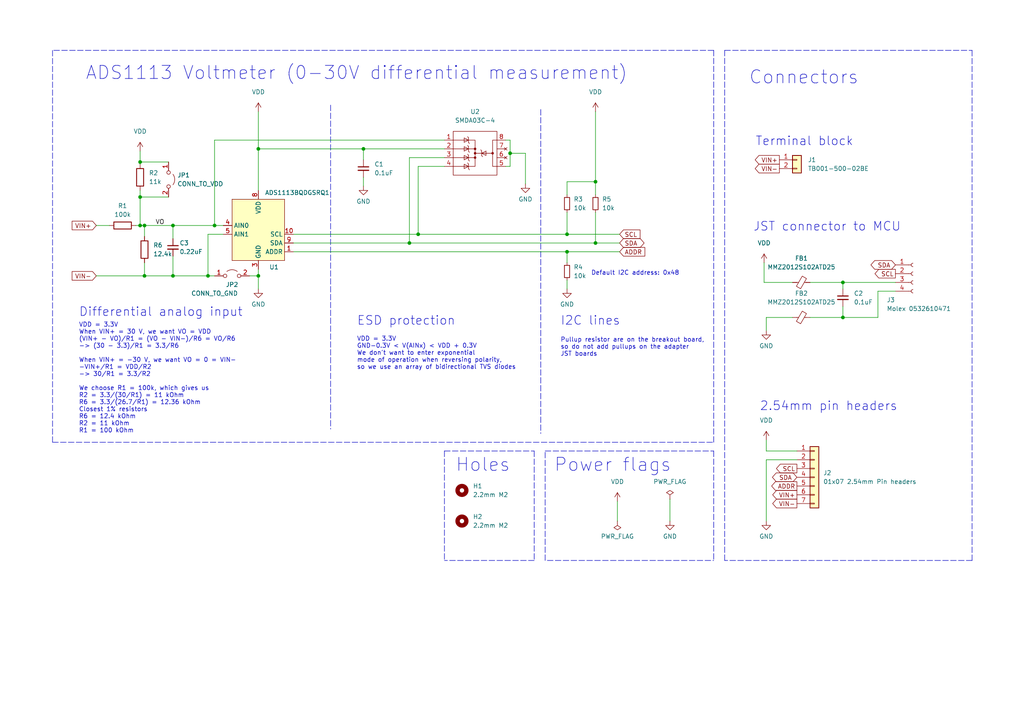
<source format=kicad_sch>
(kicad_sch (version 20211123) (generator eeschema)
  (paper "A4")
  (title_block (title "ADS1113 Voltmeter") (date "2022-07-21") (rev "2") (comment 1 "Author: Vincent Nguyen") (comment 2 "Max input: 0-30V.") (comment 3 "Accepts reverse polarity."))
  (lib_symbols
    (symbol "0_ADS1113:ADS1113BQDGSRQ1"
      (property "Reference" "U" (at 5.08 -3.81 0))
      (property "Value" "ADS1113BQDGSRQ1" (at 10.16 16.51 0))
      (symbol "ADS1113BQDGSRQ1_0_1"
        (rectangle (start -7.62 15.24) (end 7.62 -2.54) (fill (type background)))
      )
      (symbol "ADS1113BQDGSRQ1_1_1"
        (pin input line (at 10.16 0 180) (length 2.54) (name "ADDR") (number "1"))
        (pin input line (at 10.16 5.08 180) (length 2.54) (name "SCL") (number "10"))
        (pin no_connect line (at 10.16 12.7 180) (length 2.54) hide (name "") (number "2"))
        (pin power_in line (at 0 -5.08 90) (length 2.54) (name "GND") (number "3"))
        (pin input line (at -10.16 7.62 0) (length 2.54) (name "AIN0") (number "4"))
        (pin input line (at -10.16 5.08 0) (length 2.54) (name "AIN1") (number "5"))
        (pin no_connect line (at 10.16 10.16 180) (length 2.54) hide (name "") (number "6"))
        (pin no_connect line (at 10.16 7.62 180) (length 2.54) hide (name "") (number "7"))
        (pin power_in line (at 0 17.78 270) (length 2.54) (name "VDD") (number "8"))
        (pin bidirectional line (at 10.16 2.54 180) (length 2.54) (name "SDA") (number "9"))
      )
    )
    (symbol "0_ADS1113:SMDA03C-4"
      (property "Reference" "U" (at 3.81 -7.62 0))
      (property "Value" "SMDA03C-4" (at 0 7.62 0))
      (symbol "SMDA03C-4_0_1"
        (circle (center 0 -1.27) (radius 0.2794) (fill (type outline)))
        (polyline (pts (xy -6.35 -1.27) (xy 0 -1.27)))
        (polyline (pts (xy -6.35 1.27) (xy 0 1.27)))
        (polyline (pts (xy -1.905 -4.445) (xy -1.905 -3.175)))
        (polyline (pts (xy -1.905 -4.445) (xy -1.651 -4.826)))
        (polyline (pts (xy -1.905 -3.175) (xy -2.159 -2.794)))
        (polyline (pts (xy -1.905 -1.905) (xy -1.905 -0.635)))
        (polyline (pts (xy -1.905 -1.905) (xy -1.651 -2.286)))
        (polyline (pts (xy -1.905 -0.635) (xy -2.159 -0.254)))
        (polyline (pts (xy -1.905 0.635) (xy -1.905 1.905)))
        (polyline (pts (xy -1.905 0.635) (xy -1.651 0.254)))
        (polyline (pts (xy -1.905 1.905) (xy -2.159 2.286)))
        (polyline (pts (xy -1.905 3.175) (xy -1.905 4.445)))
        (polyline (pts (xy -1.905 3.175) (xy -1.651 2.794)))
        (polyline (pts (xy -1.905 4.445) (xy -2.159 4.826)))
        (polyline (pts (xy 0 0) (xy 5.08 0)))
        (polyline (pts (xy 1.905 -0.635) (xy 2.159 -1.016)))
        (polyline (pts (xy 1.905 0.635) (xy 1.651 1.016)))
        (polyline (pts (xy 1.905 0.635) (xy 1.905 -0.635)))
        (polyline (pts (xy -6.35 3.81) (xy 0 3.81) (xy 0 -3.81) (xy -6.35 -3.81)))
        (polyline (pts (xy -3.175 -4.445) (xy -3.175 -3.175) (xy -1.905 -3.81) (xy -3.175 -4.445)))
        (polyline (pts (xy -3.175 -1.905) (xy -3.175 -0.635) (xy -1.905 -1.27) (xy -3.175 -1.905)))
        (polyline (pts (xy -3.175 0.635) (xy -3.175 1.905) (xy -1.905 1.27) (xy -3.175 0.635)))
        (polyline (pts (xy -3.175 3.175) (xy -3.175 4.445) (xy -1.905 3.81) (xy -3.175 3.175)))
        (polyline (pts (xy 3.175 0.635) (xy 3.175 -0.635) (xy 1.905 0) (xy 3.175 0.635)))
        (polyline (pts (xy 6.35 3.81) (xy 5.08 3.81) (xy 5.08 -3.81) (xy 6.35 -3.81)))
        (polyline (pts (xy -6.35 6.35) (xy -6.35 -6.35) (xy 6.35 -6.35) (xy 6.35 6.35) (xy -6.35 6.35)))
        (circle (center 0 0) (radius 0.2794) (fill (type outline)))
        (circle (center 0 1.27) (radius 0.2794) (fill (type outline)))
        (circle (center 5.08 0) (radius 0.2794) (fill (type outline)))
      )
      (symbol "SMDA03C-4_1_1"
        (pin passive line (at -8.89 3.81 0) (length 2.54) (name "") (number "1"))
        (pin passive line (at -8.89 1.27 0) (length 2.54) (name "") (number "2"))
        (pin passive line (at -8.89 -1.27 0) (length 2.54) (name "") (number "3"))
        (pin passive line (at -8.89 -3.81 0) (length 2.54) (name "") (number "4"))
        (pin passive line (at 8.89 -3.81 180) (length 2.54) (name "") (number "5"))
        (pin no_connect line (at 8.89 -1.27 180) (length 2.54) (name "") (number "6"))
        (pin no_connect line (at 8.89 1.27 180) (length 2.54) (name "") (number "7"))
        (pin passive line (at 8.89 3.81 180) (length 2.54) (name "") (number "8"))
      )
    )
    (symbol "Connector:Conn_01x04_Female" (pin_names (offset 1.016) hide)
      (property "Reference" "J" (at 0 5.08 0))
      (property "Value" "Conn_01x04_Female" (at 0 -7.62 0))
      (symbol "Conn_01x04_Female_1_1"
        (arc (start 0 -4.572) (mid -0.508 -5.08) (end 0 -5.588) (stroke (width 0.1524)))
        (arc (start 0 -2.032) (mid -0.508 -2.54) (end 0 -3.048) (stroke (width 0.1524)))
        (polyline (pts (xy -1.27 -5.08) (xy -0.508 -5.08)) (stroke (width 0.1524)))
        (polyline (pts (xy -1.27 -2.54) (xy -0.508 -2.54)) (stroke (width 0.1524)))
        (polyline (pts (xy -1.27 0) (xy -0.508 0)) (stroke (width 0.1524)))
        (polyline (pts (xy -1.27 2.54) (xy -0.508 2.54)) (stroke (width 0.1524)))
        (arc (start 0 0.508) (mid -0.508 0) (end 0 -0.508) (stroke (width 0.1524)))
        (arc (start 0 3.048) (mid -0.508 2.54) (end 0 2.032) (stroke (width 0.1524)))
        (pin passive line (at -5.08 2.54 0) (length 3.81) (name "Pin_1") (number "1"))
        (pin passive line (at -5.08 0 0) (length 3.81) (name "Pin_2") (number "2"))
        (pin passive line (at -5.08 -2.54 0) (length 3.81) (name "Pin_3") (number "3"))
        (pin passive line (at -5.08 -5.08 0) (length 3.81) (name "Pin_4") (number "4"))
      )
    )
    (symbol "Connector_Generic:Conn_01x02" (pin_names (offset 1.016) hide)
      (property "Reference" "J" (at 0 2.54 0))
      (property "Value" "Conn_01x02" (at 0 -5.08 0))
      (symbol "Conn_01x02_1_1"
        (rectangle (start -1.27 -2.413) (end 0 -2.667) (stroke (width 0.1524)))
        (rectangle (start -1.27 0.127) (end 0 -0.127) (stroke (width 0.1524)))
        (rectangle (start -1.27 1.27) (end 1.27 -3.81) (stroke (width 0.254)) (fill (type background)))
        (pin passive line (at -5.08 0 0) (length 3.81) (name "Pin_1") (number "1"))
        (pin passive line (at -5.08 -2.54 0) (length 3.81) (name "Pin_2") (number "2"))
      )
    )
    (symbol "Connector_Generic:Conn_01x07" (pin_names (offset 1.016) hide)
      (property "Reference" "J" (at 0 10.16 0))
      (property "Value" "Conn_01x07" (at 0 -10.16 0))
      (symbol "Conn_01x07_1_1"
        (rectangle (start -1.27 -7.493) (end 0 -7.747) (stroke (width 0.1524)))
        (rectangle (start -1.27 -4.953) (end 0 -5.207) (stroke (width 0.1524)))
        (rectangle (start -1.27 -2.413) (end 0 -2.667) (stroke (width 0.1524)))
        (rectangle (start -1.27 0.127) (end 0 -0.127) (stroke (width 0.1524)))
        (rectangle (start -1.27 2.667) (end 0 2.413) (stroke (width 0.1524)))
        (rectangle (start -1.27 5.207) (end 0 4.953) (stroke (width 0.1524)))
        (rectangle (start -1.27 7.747) (end 0 7.493) (stroke (width 0.1524)))
        (rectangle (start -1.27 8.89) (end 1.27 -8.89) (stroke (width 0.254)) (fill (type background)))
        (pin passive line (at -5.08 7.62 0) (length 3.81) (name "Pin_1") (number "1"))
        (pin passive line (at -5.08 5.08 0) (length 3.81) (name "Pin_2") (number "2"))
        (pin passive line (at -5.08 2.54 0) (length 3.81) (name "Pin_3") (number "3"))
        (pin passive line (at -5.08 0 0) (length 3.81) (name "Pin_4") (number "4"))
        (pin passive line (at -5.08 -2.54 0) (length 3.81) (name "Pin_5") (number "5"))
        (pin passive line (at -5.08 -5.08 0) (length 3.81) (name "Pin_6") (number "6"))
        (pin passive line (at -5.08 -7.62 0) (length 3.81) (name "Pin_7") (number "7"))
      )
    )
    (symbol "Device:C_Small" (pin_numbers hide) (pin_names (offset 0.254) hide)
      (property "Reference" "C" (at 0.254 1.778 0))
      (property "Value" "C_Small" (at 0.254 -2.032 0))
      (symbol "C_Small_0_1"
        (polyline (pts (xy -1.524 -0.508) (xy 1.524 -0.508)) (stroke (width 0.3302)))
        (polyline (pts (xy -1.524 0.508) (xy 1.524 0.508)) (stroke (width 0.3048)))
      )
      (symbol "C_Small_1_1"
        (pin passive line (at 0 2.54 270) (length 2.032) (name "~") (number "1"))
        (pin passive line (at 0 -2.54 90) (length 2.032) (name "~") (number "2"))
      )
    )
    (symbol "Device:FerriteBead_Small" (pin_numbers hide) (pin_names (offset 0))
      (property "Reference" "FB" (at 1.905 1.27 0))
      (property "Value" "FerriteBead_Small" (at 1.905 -1.27 0))
      (symbol "FerriteBead_Small_0_1"
        (polyline (pts (xy 0 -1.27) (xy 0 -0.7874)))
        (polyline (pts (xy 0 0.889) (xy 0 1.2954)))
        (polyline (pts (xy -1.8288 0.2794) (xy -1.1176 1.4986) (xy 1.8288 -0.2032) (xy 1.1176 -1.4224) (xy -1.8288 0.2794)))
      )
      (symbol "FerriteBead_Small_1_1"
        (pin passive line (at 0 2.54 270) (length 1.27) (name "~") (number "1"))
        (pin passive line (at 0 -2.54 90) (length 1.27) (name "~") (number "2"))
      )
    )
    (symbol "Device:R" (pin_numbers hide) (pin_names (offset 0))
      (property "Reference" "R" (at 2.032 0 90))
      (property "Value" "R" (at 0 0 90))
      (symbol "R_0_1"
        (rectangle (start -1.016 -2.54) (end 1.016 2.54) (stroke (width 0.254)))
      )
      (symbol "R_1_1"
        (pin passive line (at 0 3.81 270) (length 1.27) (name "~") (number "1"))
        (pin passive line (at 0 -3.81 90) (length 1.27) (name "~") (number "2"))
      )
    )
    (symbol "Device:R_Small" (pin_numbers hide) (pin_names (offset 0.254) hide)
      (property "Reference" "R" (at 0.762 0.508 0))
      (property "Value" "R_Small" (at 0.762 -1.016 0))
      (symbol "R_Small_0_1"
        (rectangle (start -0.762 1.778) (end 0.762 -1.778) (stroke (width 0.2032)))
      )
      (symbol "R_Small_1_1"
        (pin passive line (at 0 2.54 270) (length 0.762) (name "~") (number "1"))
        (pin passive line (at 0 -2.54 90) (length 0.762) (name "~") (number "2"))
      )
    )
    (symbol "Jumper:Jumper_2_Open" (pin_names (offset 0) hide)
      (property "Reference" "JP" (at 0 2.794 0))
      (property "Value" "Jumper_2_Open" (at 0 -2.286 0))
      (symbol "Jumper_2_Open_0_0"
        (circle (center -2.032 0) (radius 0.508))
        (circle (center 2.032 0) (radius 0.508))
      )
      (symbol "Jumper_2_Open_0_1"
        (arc (start 1.524 1.27) (mid 0 1.778) (end -1.524 1.27))
      )
      (symbol "Jumper_2_Open_1_1"
        (pin passive line (at -5.08 0 0) (length 2.54) (name "A") (number "1"))
        (pin passive line (at 5.08 0 180) (length 2.54) (name "B") (number "2"))
      )
    )
    (symbol "Mechanical:MountingHole" (pin_names (offset 1.016))
      (property "Reference" "H" (at 0 5.08 0))
      (property "Value" "MountingHole" (at 0 3.175 0))
      (symbol "MountingHole_0_1"
        (circle (center 0 0) (radius 1.27) (stroke (width 1.27)))
      )
    )
    (symbol "power:GND" (power) (pin_names (offset 0))
      (property "Value" "GND" (at 0 -3.81 0))
      (symbol "GND_0_1"
        (polyline (pts (xy 0 0) (xy 0 -1.27) (xy 1.27 -1.27) (xy 0 -2.54) (xy -1.27 -1.27) (xy 0 -1.27)))
      )
      (symbol "GND_1_1"
        (pin power_in line (at 0 0 270) (length 0) hide (name "GND") (number "1"))
      )
    )
    (symbol "power:PWR_FLAG" (power) (pin_numbers hide) (pin_names (offset 0) hide)
      (property "Value" "PWR_FLAG" (at 0 3.81 0))
      (symbol "PWR_FLAG_0_0"
        (pin power_out line (at 0 0 90) (length 0) (name "pwr") (number "1"))
      )
      (symbol "PWR_FLAG_0_1"
        (polyline (pts (xy 0 0) (xy 0 1.27) (xy -1.016 1.905) (xy 0 2.54) (xy 1.016 1.905) (xy 0 1.27)))
      )
    )
    (symbol "power:VDD" (power) (pin_names (offset 0))
      (property "Value" "VDD" (at 0 3.81 0))
      (symbol "VDD_0_1"
        (polyline (pts (xy -0.762 1.27) (xy 0 2.54)))
        (polyline (pts (xy 0 0) (xy 0 2.54)))
        (polyline (pts (xy 0 2.54) (xy 0.762 1.27)))
      )
      (symbol "VDD_1_1"
        (pin power_in line (at 0 0 90) (length 0) hide (name "VDD") (number "1"))
      )
    )
  )
  (junction (at 244.475 81.915))
  (junction (at 164.465 73.025))
  (junction (at 41.91 65.405))
  (junction (at 40.64 57.15))
  (junction (at 172.72 52.705))
  (junction (at 105.41 43.18))
  (junction (at 74.93 43.18))
  (junction (at 74.93 80.01))
  (junction (at 244.475 92.075))
  (junction (at 40.64 65.405))
  (junction (at 164.465 67.945))
  (junction (at 121.285 67.945))
  (junction (at 62.23 65.405))
  (junction (at 41.91 80.01))
  (junction (at 50.165 65.405))
  (junction (at 50.165 80.01))
  (junction (at 118.745 70.485))
  (junction (at 40.64 46.99))
  (junction (at 147.955 44.45))
  (junction (at 60.325 80.01))
  (junction (at 172.72 70.485))
  (wire (pts (xy 234.95 81.915) (xy 244.475 81.915)))
  (wire (pts (xy 179.07 145.415) (xy 179.07 151.13)))
  (wire (pts (xy 85.09 70.485) (xy 118.745 70.485)))
  (wire (pts (xy 27.94 65.405) (xy 31.75 65.405)))
  (wire (pts (xy 222.25 151.13) (xy 222.25 133.35)))
  (wire (pts (xy 147.955 44.45) (xy 147.955 40.64)))
  (wire (pts (xy 41.91 65.405) (xy 41.91 68.58)))
  (polyline (pts (xy 207.01 128.27) (xy 207.01 14.605)))
  (polyline (pts (xy 158.115 162.56) (xy 158.115 130.81)))
  (wire (pts (xy 41.91 80.01) (xy 50.165 80.01)))
  (wire (pts (xy 40.64 55.245) (xy 40.64 57.15)))
  (wire (pts (xy 172.72 32.385) (xy 172.72 52.705)))
  (wire (pts (xy 60.325 67.945) (xy 60.325 80.01)))
  (wire (pts (xy 172.72 52.705) (xy 172.72 56.515)))
  (wire (pts (xy 50.165 80.01) (xy 60.325 80.01)))
  (wire (pts (xy 74.93 32.385) (xy 74.93 43.18)))
  (wire (pts (xy 259.715 84.455) (xy 254.635 84.455)))
  (wire (pts (xy 164.465 52.705) (xy 164.465 56.515)))
  (wire (pts (xy 85.09 73.025) (xy 164.465 73.025)))
  (wire (pts (xy 40.64 46.99) (xy 40.64 47.625)))
  (wire (pts (xy 105.41 46.355) (xy 105.41 43.18)))
  (wire (pts (xy 244.475 81.915) (xy 244.475 83.82)))
  (wire (pts (xy 164.465 61.595) (xy 164.465 67.945)))
  (wire (pts (xy 234.95 92.075) (xy 244.475 92.075)))
  (wire (pts (xy 85.09 67.945) (xy 121.285 67.945)))
  (wire (pts (xy 244.475 88.9) (xy 244.475 92.075)))
  (wire (pts (xy 27.94 80.01) (xy 41.91 80.01)))
  (polyline (pts (xy 158.115 130.81) (xy 207.01 130.81)))
  (polyline (pts (xy 154.94 130.81) (xy 154.94 162.56)))
  (wire (pts (xy 244.475 81.915) (xy 259.715 81.915)))
  (wire (pts (xy 222.25 92.075) (xy 222.25 95.885)))
  (wire (pts (xy 41.91 65.405) (xy 50.165 65.405)))
  (wire (pts (xy 221.615 76.2) (xy 221.615 81.915)))
  (wire (pts (xy 147.955 40.64) (xy 146.685 40.64)))
  (wire (pts (xy 40.64 65.405) (xy 41.91 65.405)))
  (wire (pts (xy 74.93 43.18) (xy 105.41 43.18)))
  (wire (pts (xy 164.465 73.025) (xy 179.705 73.025)))
  (wire (pts (xy 40.64 46.99) (xy 48.895 46.99)))
  (polyline (pts (xy 15.24 128.27) (xy 207.01 128.27)))
  (wire (pts (xy 172.72 70.485) (xy 179.705 70.485)))
  (wire (pts (xy 118.745 45.72) (xy 118.745 70.485)))
  (polyline (pts (xy 281.94 14.605) (xy 281.94 162.56)))
  (wire (pts (xy 164.465 81.28) (xy 164.465 83.82)))
  (polyline (pts (xy 158.75 162.56) (xy 207.01 162.56)))
  (wire (pts (xy 164.465 73.025) (xy 164.465 76.2)))
  (wire (pts (xy 254.635 84.455) (xy 254.635 92.075)))
  (polyline (pts (xy 95.885 30.48) (xy 95.885 124.46)))
  (wire (pts (xy 128.905 45.72) (xy 118.745 45.72)))
  (wire (pts (xy 72.39 80.01) (xy 74.93 80.01)))
  (wire (pts (xy 105.41 51.435) (xy 105.41 53.975)))
  (wire (pts (xy 194.31 144.78) (xy 194.31 151.13)))
  (wire (pts (xy 40.64 57.15) (xy 48.895 57.15)))
  (polyline (pts (xy 154.94 162.56) (xy 128.905 162.56)))
  (wire (pts (xy 62.23 40.64) (xy 128.905 40.64)))
  (wire (pts (xy 146.685 48.26) (xy 147.955 48.26)))
  (wire (pts (xy 222.25 130.81) (xy 231.14 130.81)))
  (wire (pts (xy 40.64 57.15) (xy 40.64 65.405)))
  (wire (pts (xy 164.465 67.945) (xy 179.705 67.945)))
  (wire (pts (xy 62.23 65.405) (xy 62.23 40.64)))
  (polyline (pts (xy 210.185 162.56) (xy 210.185 14.605)))
  (wire (pts (xy 105.41 43.18) (xy 128.905 43.18)))
  (wire (pts (xy 128.905 48.26) (xy 121.285 48.26)))
  (wire (pts (xy 222.25 127.635) (xy 222.25 130.81)))
  (wire (pts (xy 152.4 53.34) (xy 152.4 44.45)))
  (wire (pts (xy 40.64 43.815) (xy 40.64 46.99)))
  (wire (pts (xy 60.325 80.01) (xy 62.23 80.01)))
  (polyline (pts (xy 281.94 162.56) (xy 210.185 162.56)))
  (wire (pts (xy 62.23 65.405) (xy 64.77 65.405)))
  (polyline (pts (xy 128.905 130.81) (xy 154.94 130.81)))
  (wire (pts (xy 39.37 65.405) (xy 40.64 65.405)))
  (polyline (pts (xy 207.01 14.605) (xy 15.24 14.605)))
  (wire (pts (xy 50.165 65.405) (xy 62.23 65.405)))
  (polyline (pts (xy 15.24 14.605) (xy 15.24 128.27)))
  (wire (pts (xy 244.475 92.075) (xy 254.635 92.075)))
  (wire (pts (xy 147.955 48.26) (xy 147.955 44.45)))
  (polyline (pts (xy 210.185 14.605) (xy 281.94 14.605)))
  (wire (pts (xy 74.93 78.105) (xy 74.93 80.01)))
  (wire (pts (xy 74.93 43.18) (xy 74.93 55.245)))
  (polyline (pts (xy 207.01 130.81) (xy 207.01 162.56)))
  (wire (pts (xy 172.72 61.595) (xy 172.72 70.485)))
  (wire (pts (xy 118.745 70.485) (xy 172.72 70.485)))
  (wire (pts (xy 222.25 133.35) (xy 231.14 133.35)))
  (polyline (pts (xy 128.905 130.81) (xy 128.905 162.56)))
  (wire (pts (xy 64.77 67.945) (xy 60.325 67.945)))
  (wire (pts (xy 121.285 67.945) (xy 164.465 67.945)))
  (wire (pts (xy 164.465 52.705) (xy 172.72 52.705)))
  (wire (pts (xy 74.93 80.01) (xy 74.93 83.82)))
  (polyline (pts (xy 156.845 31.75) (xy 156.845 125.73)))
  (wire (pts (xy 41.91 76.2) (xy 41.91 80.01)))
  (wire (pts (xy 50.165 65.405) (xy 50.165 69.215)))
  (wire (pts (xy 121.285 48.26) (xy 121.285 67.945)))
  (wire (pts (xy 50.165 74.295) (xy 50.165 80.01)))
  (wire (pts (xy 152.4 44.45) (xy 147.955 44.45)))
  (wire (pts (xy 229.87 92.075) (xy 222.25 92.075)))
  (wire (pts (xy 221.615 81.915) (xy 229.87 81.915)))
  (text "VDD = 3.3V\nWhen VIN+ = 30 V, we want VO = VDD\n(VIN+ - VO)/R1 = (VO - VIN-)/R6 = VO/R6\n-> (30 - 3.3)/R1 = 3.3/R6\n\nWhen VIN+ = -30 V, we want VO = 0 = VIN-\n-VIN+/R1 = VDD/R2 \n-> 30/R1 = 3.3/R2\n\nWe choose R1 = 100k, which gives us\nR2 = 3.3/(30/R1) = 11 kOhm\nR6 = 3.3/(26.7/R1) = 12.36 kOhm\nClosest 1% resistors\nR6 = 12.4 kOhm\nR2 = 11 kOhm\nR1 = 100 kOhm" (at 22.86 125.73 0) (effects (font (size 1.27 1.27)) (justify left bottom)))
  (text "Holes" (at 132.08 137.16 0) (effects (font (size 3.81 3.81)) (justify left bottom)))
  (text "VDD = 3.3V\nGND-0.3V < V(AINx) < VDD + 0.3V\nWe don't want to enter exponential \nmode of operation when reversing polarity, \nso we use an array of bidirectional TVS diodes" (at 103.505 107.315 0) (effects (font (size 1.27 1.27)) (justify left bottom)))
  (text "ADS1113 Voltmeter (0-30V differential measurement)" (at 24.765 23.495 0) (effects (font (size 3.81 3.81)) (justify left bottom)))
  (text "Default I2C address: 0x48" (at 171.45 80.01 0) (effects (font (size 1.27 1.27)) (justify left bottom)))
  (text "Differential analog input" (at 22.86 92.075 0) (effects (font (size 2.54 2.54)) (justify left bottom)))
  (text "Connectors" (at 217.17 24.765 0) (effects (font (size 3.81 3.81)) (justify left bottom)))
  (text "Power flags" (at 160.655 137.16 0) (effects (font (size 3.81 3.81)) (justify left bottom)))
  (text "2.54mm pin headers" (at 220.345 119.38 0) (effects (font (size 2.54 2.54)) (justify left bottom)))
  (text "ESD protection" (at 103.505 94.615 0) (effects (font (size 2.54 2.54)) (justify left bottom)))
  (text "Pullup resistor are on the breakout board,\nso do not add pullups on the adapter \nJST boards" (at 162.56 103.505 0) (effects (font (size 1.27 1.27)) (justify left bottom)))
  (text "Terminal block" (at 219.075 42.545 0) (effects (font (size 2.54 2.54)) (justify left bottom)))
  (text "JST connector to MCU" (at 218.44 67.31 0) (effects (font (size 2.54 2.54)) (justify left bottom)))
  (text "I2C lines" (at 162.56 94.615 0) (effects (font (size 2.54 2.54)) (justify left bottom)))
  (label "VO" (at 45.085 65.405 0))
  (global_label "ADDR" (shape input) (at 179.705 73.025 0) (property "Intersheet References" "${INTERSHEET_REFS}" (effects hide)))
  (global_label "SDA" (shape bidirectional) (at 231.14 138.43 180) (property "Intersheet References" "${INTERSHEET_REFS}" (effects hide)))
  (global_label "SDA" (shape bidirectional) (at 179.705 70.485 0) (property "Intersheet References" "${INTERSHEET_REFS}" (effects hide)))
  (global_label "SCL" (shape output) (at 259.715 79.375 180) (property "Intersheet References" "${INTERSHEET_REFS}" (effects hide)))
  (global_label "SDA" (shape bidirectional) (at 259.715 76.835 180) (property "Intersheet References" "${INTERSHEET_REFS}" (effects hide)))
  (global_label "VIN+" (shape output) (at 226.06 46.355 180) (property "Intersheet References" "${INTERSHEET_REFS}" (effects hide)))
  (global_label "ADDR" (shape output) (at 231.14 140.97 180) (property "Intersheet References" "${INTERSHEET_REFS}" (effects hide)))
  (global_label "VIN+" (shape input) (at 27.94 65.405 180) (property "Intersheet References" "${INTERSHEET_REFS}" (effects hide)))
  (global_label "SCL" (shape output) (at 231.14 135.89 180) (property "Intersheet References" "${INTERSHEET_REFS}" (effects hide)))
  (global_label "SCL" (shape input) (at 179.705 67.945 0) (property "Intersheet References" "${INTERSHEET_REFS}" (effects hide)))
  (global_label "VIN-" (shape input) (at 27.94 80.01 180) (property "Intersheet References" "${INTERSHEET_REFS}" (effects hide)))
  (global_label "VIN-" (shape output) (at 226.06 48.895 180) (property "Intersheet References" "${INTERSHEET_REFS}" (effects hide)))
  (global_label "VIN-" (shape output) (at 231.14 146.05 180) (property "Intersheet References" "${INTERSHEET_REFS}" (effects hide)))
  (global_label "VIN+" (shape output) (at 231.14 143.51 180) (property "Intersheet References" "${INTERSHEET_REFS}" (effects hide)))
  (symbol (lib_id "Device:R") (at 35.56 65.405 90) (unit 1)
    (property "Reference" "R1" (at 35.56 59.69 90))
    (property "Value" "100k" (at 35.56 62.23 90))
    (property "Footprint" "Resistor_SMD:R_0603_1608Metric_Pad0.98x0.95mm_HandSolder" (effects hide))
  )
  (symbol (lib_id "Connector_Generic:Conn_01x07") (at 236.22 138.43 0) (unit 1) (in_bom no)
    (property "Reference" "J2" (at 238.76 137.1599 0) (effects (justify left)))
    (property "Value" "01x07 2.54mm Pin headers" (at 238.76 139.6999 0) (effects (justify left)))
    (property "Footprint" "Connector_PinHeader_2.54mm:PinHeader_1x07_P2.54mm_Vertical" (effects hide))
  )
  (symbol (lib_id "Mechanical:MountingHole") (at 133.985 151.13 0) (unit 1) (in_bom no)
    (property "Reference" "H2" (at 137.16 149.8599 0) (effects (justify left)))
    (property "Value" "2.2mm M2" (at 137.16 152.3999 0) (effects (justify left)))
    (property "Footprint" "MountingHole:MountingHole_2.2mm_M2_Pad" (effects hide))
  )
  (symbol (lib_id "power:GND") (at 222.25 151.13 0) (unit 1)
    (property "Reference" "#PWR09" (effects hide))
    (property "Value" "GND" (at 222.25 155.575 0))
  )
  (symbol (lib_id "Jumper:Jumper_2_Open") (at 48.895 52.07 270) (unit 1) (in_bom no)
    (property "Reference" "JP1" (at 51.435 50.7999 90) (effects (justify left)))
    (property "Value" "CONN_TO_VDD" (at 51.435 53.3399 90) (effects (justify left)))
    (property "Footprint" "Jumper:SolderJumper-2_P1.3mm_Open_RoundedPad1.0x1.5mm" (effects hide))
  )
  (symbol (lib_id "power:PWR_FLAG") (at 194.31 144.78 0) (unit 1)
    (property "Reference" "#FLG0102" (effects hide))
    (property "Value" "PWR_FLAG" (at 194.31 139.7 0))
  )
  (symbol (lib_id "power:VDD") (at 221.615 76.2 0) (unit 1)
    (property "Reference" "#PWR07" (effects hide))
    (property "Value" "VDD" (at 221.615 70.485 0))
  )
  (symbol (lib_id "Device:R") (at 41.91 72.39 180) (unit 1)
    (property "Reference" "R6" (at 44.45 71.1199 0) (effects (justify right)))
    (property "Value" "12.4k" (at 44.45 73.6599 0) (effects (justify right)))
    (property "Footprint" "Resistor_SMD:R_0603_1608Metric_Pad0.98x0.95mm_HandSolder" (effects hide))
  )
  (symbol (lib_id "power:GND") (at 194.31 151.13 0) (unit 1)
    (property "Reference" "#PWR0103" (effects hide))
    (property "Value" "GND" (at 194.31 155.575 0))
  )
  (symbol (lib_id "power:GND") (at 164.465 83.82 0) (unit 1)
    (property "Reference" "#PWR03" (effects hide))
    (property "Value" "GND" (at 164.465 88.265 0))
  )
  (symbol (lib_id "Device:C_Small") (at 244.475 86.36 0) (unit 1)
    (property "Reference" "C2" (at 247.65 85.0962 0) (effects (justify left)))
    (property "Value" "0.1uF" (at 247.65 87.6362 0) (effects (justify left)))
    (property "Footprint" "Capacitor_SMD:C_0603_1608Metric_Pad1.08x0.95mm_HandSolder" (effects hide))
  )
  (symbol (lib_id "power:VDD") (at 179.07 145.415 0) (unit 1)
    (property "Reference" "#PWR0102" (effects hide))
    (property "Value" "VDD" (at 179.07 139.7 0))
  )
  (symbol (lib_id "power:GND") (at 222.25 95.885 0) (unit 1)
    (property "Reference" "#PWR04" (effects hide))
    (property "Value" "GND" (at 222.25 100.33 0))
  )
  (symbol (lib_id "Device:R_Small") (at 164.465 59.055 0) (unit 1)
    (property "Reference" "R3" (at 166.37 57.7849 0) (effects (justify left)))
    (property "Value" "10k" (at 166.37 60.3249 0) (effects (justify left)))
    (property "Footprint" "Resistor_SMD:R_0603_1608Metric_Pad0.98x0.95mm_HandSolder" (effects hide))
  )
  (symbol (lib_id "power:VDD") (at 172.72 32.385 0) (unit 1)
    (property "Reference" "#PWR05" (effects hide))
    (property "Value" "VDD" (at 172.72 26.67 0))
  )
  (symbol (lib_id "power:GND") (at 105.41 53.975 0) (unit 1)
    (property "Reference" "#PWR02" (effects hide))
    (property "Value" "GND" (at 105.41 58.42 0))
  )
  (symbol (lib_id "Device:R") (at 40.64 51.435 180) (unit 1)
    (property "Reference" "R2" (at 43.18 50.1649 0) (effects (justify right)))
    (property "Value" "11k" (at 43.18 52.7049 0) (effects (justify right)))
    (property "Footprint" "Resistor_SMD:R_0603_1608Metric_Pad0.98x0.95mm_HandSolder" (effects hide))
  )
  (symbol (lib_id "Connector:Conn_01x04_Female") (at 264.795 79.375 0) (unit 1)
    (property "Reference" "J3" (at 257.175 86.995 0) (effects (justify left)))
    (property "Value" "Molex 0532610471" (at 257.175 89.535 0) (effects (justify left)))
    (property "Footprint" "Connector_Molex:Molex_PicoBlade_53261-0471_1x04-1MP_P1.25mm_Horizontal" (effects hide))
    (property "Datasheet" "https://www.molex.com/pdm_docs/sd/532610471_sd.pdf" (effects hide))
    (property "Digikey ref" "WM7622TR-ND" (effects hide))
    (property "Manufacturer ref" "0532610471" (effects hide))
  )
  (symbol (lib_id "Device:R_Small") (at 164.465 78.74 0) (unit 1)
    (property "Reference" "R4" (at 166.37 77.4699 0) (effects (justify left)))
    (property "Value" "10k" (at 166.37 80.0099 0) (effects (justify left)))
    (property "Footprint" "Resistor_SMD:R_0603_1608Metric_Pad0.98x0.95mm_HandSolder" (effects hide))
  )
  (symbol (lib_id "Device:R_Small") (at 172.72 59.055 0) (unit 1)
    (property "Reference" "R5" (at 174.625 57.7849 0) (effects (justify left)))
    (property "Value" "10k" (at 174.625 60.3249 0) (effects (justify left)))
    (property "Footprint" "Resistor_SMD:R_0603_1608Metric_Pad0.98x0.95mm_HandSolder" (effects hide))
  )
  (symbol (lib_id "Mechanical:MountingHole") (at 133.985 142.24 0) (unit 1) (in_bom no)
    (property "Reference" "H1" (at 137.16 140.9699 0) (effects (justify left)))
    (property "Value" "2.2mm M2" (at 137.16 143.5099 0) (effects (justify left)))
    (property "Footprint" "MountingHole:MountingHole_2.2mm_M2_Pad" (effects hide))
  )
  (symbol (lib_id "power:GND") (at 152.4 53.34 0) (unit 1)
    (property "Reference" "#PWR06" (effects hide))
    (property "Value" "GND" (at 152.4 57.785 0))
  )
  (symbol (lib_id "Connector_Generic:Conn_01x02") (at 231.14 46.355 0) (unit 1)
    (property "Reference" "J1" (at 234.315 46.3549 0) (effects (justify left)))
    (property "Value" "TB001-500-02BE" (at 234.315 48.8949 0) (effects (justify left)))
    (property "Footprint" "lib_fp:TB001-500-02BE" (effects hide))
    (property "Datasheet" "https://www.mouser.ch/datasheet/2/670/tb001_500-2306989.pdf" (effects hide))
    (property "Mouser ref" "490-TB001-500-02BE" (effects hide))
    (property "Manufacturer ref" "TB001-500-02BE" (effects hide))
  )
  (symbol (lib_id "power:PWR_FLAG") (at 179.07 151.13 180) (unit 1)
    (property "Reference" "#FLG0101" (effects hide))
    (property "Value" "PWR_FLAG" (at 179.07 155.575 0))
  )
  (symbol (lib_id "0_ADS1113:SMDA03C-4") (at 137.795 44.45 0) (unit 1)
    (property "Reference" "U2" (at 137.795 32.385 0))
    (property "Value" "SMDA03C-4" (at 137.795 34.925 0))
    (property "Footprint" "Package_SO:SO-8_3.9x4.9mm_P1.27mm" (effects hide))
    (property "Datasheet" "https://www.smc-diodes.com/propdf/SMDA03C-4%20THRU%20SMDA24C-4%20N0298%20REV.A.pdf" (effects hide))
    (property "Package" "SO-8" (effects hide))
    (property "Digikey ref" "1655-SMDA03C" (effects hide))
    (property "Manufacturer ref" "SMDA03C-4" (effects hide))
  )
  (symbol (lib_id "Jumper:Jumper_2_Open") (at 67.31 80.01 0) (unit 1) (in_bom no)
    (property "Reference" "JP2" (at 67.31 82.55 0))
    (property "Value" "CONN_TO_GND" (at 62.23 85.09 0))
    (property "Footprint" "Jumper:SolderJumper-2_P1.3mm_Open_RoundedPad1.0x1.5mm" (effects hide))
  )
  (symbol (lib_id "0_ADS1113:ADS1113BQDGSRQ1") (at 74.93 73.025 0) (unit 1)
    (property "Reference" "U1" (at 78.105 77.47 0) (effects (justify left)))
    (property "Value" "ADS1113BQDGSRQ1" (at 76.835 55.88 0) (effects (justify left)))
    (property "Footprint" "Package_SO:VSSOP-10_3x3mm_P0.5mm" (effects hide))
    (property "Datasheet" "http://www.ti.com/general/docs/suppproductinfo.tsp?distId=26&gotoUrl=http%3A%2F%2Fwww.ti.com%2Flit%2Fgpn%2Fads1113-q1" (effects hide))
    (property "Package" "VSSOP-10" (effects hide))
    (property "Mouser ref" "595-ADS1113BQDGSRQ1" (effects hide))
    (property "Manufacturer ref" "ADS1113BQDGSRQ1" (effects hide))
  )
  (symbol (lib_id "power:VDD") (at 40.64 43.815 0) (unit 1)
    (property "Reference" "#PWR0104" (effects hide))
    (property "Value" "VDD" (at 40.64 38.1 0))
  )
  (symbol (lib_id "power:VDD") (at 74.93 32.385 0) (unit 1)
    (property "Reference" "#PWR0101" (effects hide))
    (property "Value" "VDD" (at 74.93 26.67 0))
  )
  (symbol (lib_id "Device:C_Small") (at 105.41 48.895 0) (unit 1)
    (property "Reference" "C1" (at 108.585 47.6312 0) (effects (justify left)))
    (property "Value" "0.1uF" (at 108.585 50.1712 0) (effects (justify left)))
    (property "Footprint" "Capacitor_SMD:C_0603_1608Metric_Pad1.08x0.95mm_HandSolder" (effects hide))
  )
  (symbol (lib_id "power:GND") (at 74.93 83.82 0) (unit 1)
    (property "Reference" "#PWR01" (effects hide))
    (property "Value" "GND" (at 74.93 88.265 0))
  )
  (symbol (lib_id "Device:FerriteBead_Small") (at 232.41 92.075 270) (unit 1)
    (property "Reference" "FB2" (at 232.4481 85.09 90))
    (property "Value" "MMZ2012S102ATD25" (at 232.4481 87.63 90))
    (property "Footprint" "Inductor_SMD:L_0805_2012Metric" (effects hide))
    (property "Datasheet" "https://product.tdk.com/info/en/catalog/datasheets/beads_commercial_signal_mmz2012_en.pdf" (effects hide))
    (property "Package" "0805 (2012 metric)" (effects hide))
    (property "Mouser ref" "810-MMZ2012Y152B" (effects hide))
    (property "Manufacturer ref" "MMZ2012Y152B" (effects hide))
  )
  (symbol (lib_id "Device:C_Small") (at 50.165 71.755 0) (unit 1)
    (property "Reference" "C3" (at 52.07 70.485 0) (effects (justify left)))
    (property "Value" "0.22uF" (at 52.07 73.025 0) (effects (justify left)))
    (property "Footprint" "Capacitor_SMD:C_1206_3216Metric" (effects hide))
    (property "Datasheet" "https://www.mouser.ch/datasheet/2/281/1/GRM31C5C1H224JE02_01A-1987815.pdf" (effects hide))
    (property "Package" "1206" (effects hide))
    (property "Mouser ref" "81-GRM31C5C1H224JE2L" (effects hide))
    (property "Manufacturer ref" "GRM31C5C1H224JE02L" (effects hide))
    (property "Comments" "Optional, will yield better results if populated." (effects hide))
  )
  (symbol (lib_id "Device:FerriteBead_Small") (at 232.41 81.915 270) (unit 1)
    (property "Reference" "FB1" (at 232.4481 74.93 90))
    (property "Value" "MMZ2012S102ATD25" (at 232.4481 77.47 90))
    (property "Footprint" "Inductor_SMD:L_0805_2012Metric" (effects hide))
    (property "Datasheet" "https://product.tdk.com/info/en/catalog/datasheets/beads_commercial_signal_mmz2012_en.pdf" (effects hide))
    (property "Package" "0805 (2012 metric)" (effects hide))
    (property "Mouser ref" "810-MMZ2012Y152B" (effects hide))
    (property "Manufacturer ref" "MMZ2012Y152B" (effects hide))
  )
  (symbol (lib_id "power:VDD") (at 222.25 127.635 0) (unit 1)
    (property "Reference" "#PWR08" (effects hide))
    (property "Value" "VDD" (at 222.25 121.92 0))
  )
)
</source>
